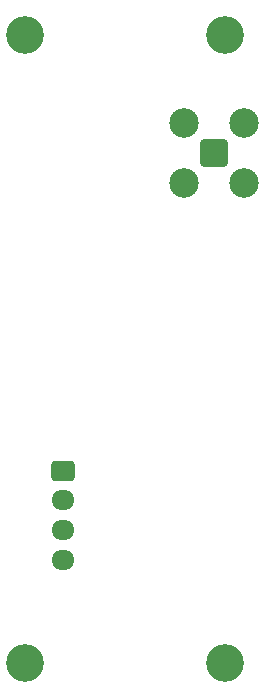
<source format=gbr>
%TF.GenerationSoftware,KiCad,Pcbnew,8.0.3*%
%TF.CreationDate,2024-09-04T20:20:35-04:00*%
%TF.ProjectId,SensorBoardNoMCU,53656e73-6f72-4426-9f61-72644e6f4d43,rev?*%
%TF.SameCoordinates,Original*%
%TF.FileFunction,Soldermask,Bot*%
%TF.FilePolarity,Negative*%
%FSLAX46Y46*%
G04 Gerber Fmt 4.6, Leading zero omitted, Abs format (unit mm)*
G04 Created by KiCad (PCBNEW 8.0.3) date 2024-09-04 20:20:35*
%MOMM*%
%LPD*%
G01*
G04 APERTURE LIST*
G04 Aperture macros list*
%AMRoundRect*
0 Rectangle with rounded corners*
0 $1 Rounding radius*
0 $2 $3 $4 $5 $6 $7 $8 $9 X,Y pos of 4 corners*
0 Add a 4 corners polygon primitive as box body*
4,1,4,$2,$3,$4,$5,$6,$7,$8,$9,$2,$3,0*
0 Add four circle primitives for the rounded corners*
1,1,$1+$1,$2,$3*
1,1,$1+$1,$4,$5*
1,1,$1+$1,$6,$7*
1,1,$1+$1,$8,$9*
0 Add four rect primitives between the rounded corners*
20,1,$1+$1,$2,$3,$4,$5,0*
20,1,$1+$1,$4,$5,$6,$7,0*
20,1,$1+$1,$6,$7,$8,$9,0*
20,1,$1+$1,$8,$9,$2,$3,0*%
G04 Aperture macros list end*
%ADD10C,3.200000*%
%ADD11RoundRect,0.250000X-0.725000X0.600000X-0.725000X-0.600000X0.725000X-0.600000X0.725000X0.600000X0*%
%ADD12O,1.950000X1.700000*%
%ADD13RoundRect,0.200100X-0.949900X0.949900X-0.949900X-0.949900X0.949900X-0.949900X0.949900X0.949900X0*%
%ADD14C,2.500000*%
G04 APERTURE END LIST*
D10*
%TO.C,H2*%
X91200000Y-46800000D03*
%TD*%
%TO.C,H4*%
X108108000Y-100000000D03*
%TD*%
D11*
%TO.C,J1*%
X94400000Y-83700000D03*
D12*
X94400000Y-86200000D03*
X94400000Y-88700000D03*
X94400000Y-91200000D03*
%TD*%
D10*
%TO.C,H3*%
X91200000Y-100000000D03*
%TD*%
D13*
%TO.C,J2*%
X107150000Y-56800000D03*
D14*
X109690000Y-54260000D03*
X104610000Y-54260000D03*
X109690000Y-59340000D03*
X104610000Y-59340000D03*
%TD*%
D10*
%TO.C,H1*%
X108108000Y-46800000D03*
%TD*%
M02*

</source>
